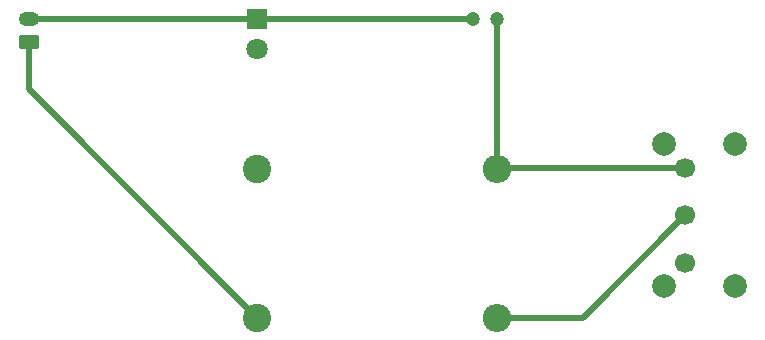
<source format=gbr>
%TF.GenerationSoftware,KiCad,Pcbnew,(6.0.10)*%
%TF.CreationDate,2023-02-16T14:20:32-08:00*%
%TF.ProjectId,lab4e1,6c616234-6531-42e6-9b69-6361645f7063,rev?*%
%TF.SameCoordinates,Original*%
%TF.FileFunction,Copper,L1,Top*%
%TF.FilePolarity,Positive*%
%FSLAX46Y46*%
G04 Gerber Fmt 4.6, Leading zero omitted, Abs format (unit mm)*
G04 Created by KiCad (PCBNEW (6.0.10)) date 2023-02-16 14:20:32*
%MOMM*%
%LPD*%
G01*
G04 APERTURE LIST*
G04 Aperture macros list*
%AMRoundRect*
0 Rectangle with rounded corners*
0 $1 Rounding radius*
0 $2 $3 $4 $5 $6 $7 $8 $9 X,Y pos of 4 corners*
0 Add a 4 corners polygon primitive as box body*
4,1,4,$2,$3,$4,$5,$6,$7,$8,$9,$2,$3,0*
0 Add four circle primitives for the rounded corners*
1,1,$1+$1,$2,$3*
1,1,$1+$1,$4,$5*
1,1,$1+$1,$6,$7*
1,1,$1+$1,$8,$9*
0 Add four rect primitives between the rounded corners*
20,1,$1+$1,$2,$3,$4,$5,0*
20,1,$1+$1,$4,$5,$6,$7,0*
20,1,$1+$1,$6,$7,$8,$9,0*
20,1,$1+$1,$8,$9,$2,$3,0*%
G04 Aperture macros list end*
%TA.AperFunction,ComponentPad*%
%ADD10RoundRect,0.250000X0.625000X-0.350000X0.625000X0.350000X-0.625000X0.350000X-0.625000X-0.350000X0*%
%TD*%
%TA.AperFunction,ComponentPad*%
%ADD11O,1.750000X1.200000*%
%TD*%
%TA.AperFunction,ComponentPad*%
%ADD12C,1.200000*%
%TD*%
%TA.AperFunction,ComponentPad*%
%ADD13R,1.800000X1.800000*%
%TD*%
%TA.AperFunction,ComponentPad*%
%ADD14C,1.800000*%
%TD*%
%TA.AperFunction,ComponentPad*%
%ADD15C,2.000000*%
%TD*%
%TA.AperFunction,ComponentPad*%
%ADD16C,1.700000*%
%TD*%
%TA.AperFunction,ComponentPad*%
%ADD17C,2.400000*%
%TD*%
%TA.AperFunction,ComponentPad*%
%ADD18O,2.400000X2.400000*%
%TD*%
%TA.AperFunction,Conductor*%
%ADD19C,0.508000*%
%TD*%
%TA.AperFunction,Conductor*%
%ADD20C,0.250000*%
%TD*%
G04 APERTURE END LIST*
D10*
%TO.P,J1,1,Pin_1*%
%TO.N,Net-(J1-Pad1)*%
X115270000Y-88350000D03*
D11*
%TO.P,J1,2,Pin_2*%
%TO.N,Net-(C1-Pad2)*%
X115270000Y-86350000D03*
%TD*%
D12*
%TO.P,C1,1*%
%TO.N,Net-(C1-Pad1)*%
X154940000Y-86360000D03*
%TO.P,C1,2*%
%TO.N,Net-(C1-Pad2)*%
X152940000Y-86360000D03*
%TD*%
D13*
%TO.P,D1,1,K*%
%TO.N,Net-(C1-Pad2)*%
X134620000Y-86360000D03*
D14*
%TO.P,D1,2,A*%
%TO.N,Net-(D1-Pad2)*%
X134620000Y-88900000D03*
%TD*%
D15*
%TO.P,SW1,*%
%TO.N,*%
X169095000Y-109012500D03*
X175095000Y-109012500D03*
X169095000Y-97012500D03*
X175095000Y-97012500D03*
D16*
%TO.P,SW1,1,A*%
%TO.N,unconnected-(SW1-Pad1)*%
X170845000Y-107012500D03*
%TO.P,SW1,2,B*%
%TO.N,Net-(R2-Pad2)*%
X170845000Y-103012500D03*
%TO.P,SW1,3,C*%
%TO.N,Net-(C1-Pad1)*%
X170845000Y-99012500D03*
%TD*%
D17*
%TO.P,R2,1*%
%TO.N,Net-(J1-Pad1)*%
X134620000Y-111680000D03*
D18*
%TO.P,R2,2*%
%TO.N,Net-(R2-Pad2)*%
X154940000Y-111680000D03*
%TD*%
D17*
%TO.P,R1,1*%
%TO.N,Net-(D1-Pad2)*%
X134620000Y-99060000D03*
D18*
%TO.P,R1,2*%
%TO.N,Net-(C1-Pad1)*%
X154940000Y-99060000D03*
%TD*%
D19*
%TO.N,Net-(C1-Pad1)*%
X154987500Y-99012500D02*
X154940000Y-99060000D01*
X170845000Y-99012500D02*
X154987500Y-99012500D01*
X154940000Y-99060000D02*
X154940000Y-86360000D01*
%TO.N,Net-(C1-Pad2)*%
X134620000Y-86360000D02*
X115280000Y-86360000D01*
X115280000Y-86360000D02*
X115270000Y-86350000D01*
X152940000Y-86360000D02*
X134620000Y-86360000D01*
%TO.N,Net-(J1-Pad1)*%
X115270000Y-92330000D02*
X134620000Y-111680000D01*
X115270000Y-88350000D02*
X115270000Y-92330000D01*
%TO.N,Net-(R2-Pad2)*%
X170845000Y-103012500D02*
X162177500Y-111680000D01*
X162177500Y-111680000D02*
X154940000Y-111680000D01*
D20*
X160020000Y-111760000D02*
X159940000Y-111680000D01*
%TD*%
M02*

</source>
